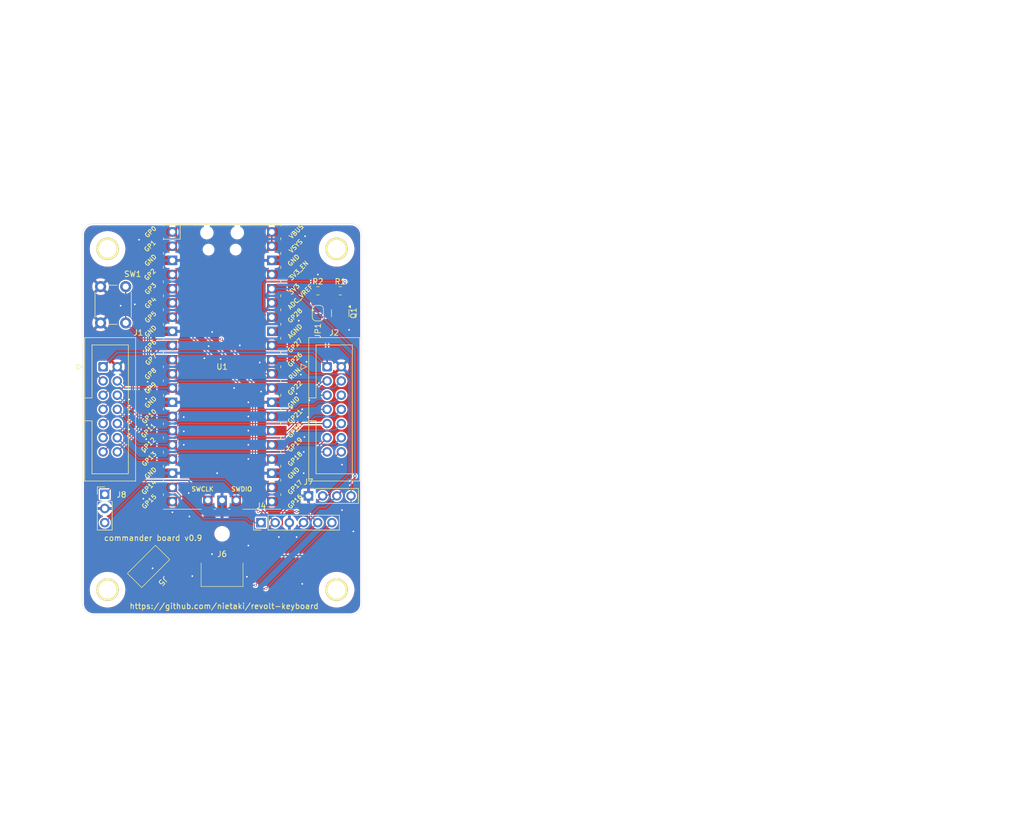
<source format=kicad_pcb>
(kicad_pcb (version 20221018) (generator pcbnew)
  (title_block (title "Revolt Commander Boards") (company "https://github.com/nietaki/revolt-keyboard"))
  (layers (0 "F.Cu" signal) (31 "B.Cu" signal) (34 "B.Paste" user) (35 "F.Paste" user) (36 "B.SilkS" user "B.Silkscreen") (37 "F.SilkS" user "F.Silkscreen") (38 "B.Mask" user) (39 "F.Mask" user) (44 "Edge.Cuts" user))
  (net 0 "")
  (net 1 "/COL0")
  (net 2 "/ROW4")
  (net 3 "/COL1")
  (net 4 "/ROW3")
  (net 5 "/COL2")
  (net 6 "/ROW2")
  (net 7 "/COL3")
  (net 8 "/ROW1")
  (net 9 "/COL4")
  (net 10 "/ROW0")
  (net 11 "/COL5")
  (net 12 "/COL6")
  (net 13 "/COL7")
  (net 14 "/COL8")
  (net 15 "/COL9")
  (net 16 "/COL10")
  (net 17 "/COL11")
  (net 18 "/COL12")
  (net 19 "/COL13")
  (net 20 "Net-(J8-Pin_1)")
  (net 21 "Net-(J8-Pin_3)")
  (net 22 "/RUN")
  (net 23 "LED_5V")
  (net 24 "5V")
  (net 25 "/TPS_RDY")
  (net 26 "/TPS_SDA")
  (net 27 "GND")
  (net 28 "3V3")
  (net 29 "/TPS_SCL")
  (net 30 "/TPS_NRST")
  (net 31 "/X2")
  (net 32 "/X1")
  (net 36 "Net-(Q1-G)")
  (net 37 "/NOT_LED_ENABLE")
  (footprint "Resistor_SMD:R_0805_2012Metric_Pad1.20x1.40mm_HandSolder" (layer "F.Cu") (at 156.146 72)
    (fp_text reference "R1")
    (fp_text value "220R")
  )
  (footprint "revolt_footprints:DS1020-12-6VBT1A-R" (layer "F.Cu") (at 123.5 123 -135)
    (fp_text reference "J5")
    (fp_text value "DS1020-12-6VBT1A-R" hide)
  )
  (footprint "MountingHole:MountingHole_2.2mm_M2" (layer "F.Cu") (at 135 115.5)
    (fp_text reference "REF**" hide)
    (fp_text value "MountingHole_2.2mm_M2")
  )
  (footprint "Resistor_SMD:R_0805_2012Metric_Pad1.20x1.40mm_HandSolder" (layer "F.Cu") (at 152.146 72)
    (fp_text reference "R2")
    (fp_text value "10k")
  )
  (footprint "revolt_footprints:HOLE_M3" (layer "F.Cu") (at 155.5 125.5)
    (fp_text reference "HOLE_M3" hide)
    (fp_text value "H3" hide)
  )
  (footprint "MCU_RaspberryPi_and_Boards:RPi_Pico_SMD_TH" (layer "F.Cu") (at 135 85.6)
    (fp_text reference "U1")
    (fp_text value "Pico")
  )
  (footprint "revolt_footprints:SFV4R-3STBE1HLF" (layer "F.Cu") (at 135 120.725)
    (fp_text reference "J6")
    (fp_text value "PSP 3000 connector SFV4R-4STBE1HLF")
  )
  (footprint "Connector_IDC:IDC-Header_2x07_P2.54mm_Vertical" (layer "F.Cu") (at 113.7 85.6)
    (fp_text reference "J1")
    (fp_text value "left input IDC14")
  )
  (footprint "revolt_footprints:HOLE_M3" (layer "F.Cu") (at 114.5 125.5)
    (fp_text reference "HOLE_M3" hide)
    (fp_text value "H4" hide)
  )
  (footprint "revolt_footprints:HOLE_M3" (layer "F.Cu") (at 155.5 64.5)
    (fp_text reference "HOLE_M3" hide)
    (fp_text value "H2" hide)
  )
  (footprint "Jumper:SolderJumper-2_P1.3mm_Open_RoundedPad1.0x1.5mm" (layer "F.Cu") (at 152.146 76 -90)
    (fp_text reference "JP1")
    (fp_text value "SolderJumper_2_Open")
  )
  (footprint "Connector_PinHeader_2.54mm:PinHeader_1x06_P2.54mm_Vertical" (layer "F.Cu") (at 141.96 113.5 90)
    (fp_text reference "J4")
    (fp_text value "TPS pinout")
  )
  (footprint "Connector_PinHeader_2.54mm:PinHeader_1x03_P2.54mm_Vertical" (layer "F.Cu") (at 114 108.42)
    (fp_text reference "J8")
    (fp_text value "debug out")
  )
  (footprint "Connector_PinHeader_2.54mm:PinHeader_1x04_P2.54mm_Vertical" (layer "F.Cu") (at 150.46 108.712 90)
    (fp_text reference "J7")
    (fp_text value "PSP 2000 raw pins out")
  )
  (footprint "Package_TO_SOT_SMD:SOT-23" (layer "F.Cu") (at 156.146 76 -90)
    (fp_text reference "Q1")
    (fp_text value "MMFTP3401")
  )
  (footprint "Connector_IDC:IDC-Header_2x07_P2.54mm_Vertical" (layer "F.Cu") (at 153.8 85.6)
    (fp_text reference "J2")
    (fp_text value "right input IDC14")
  )
  (footprint "revolt_footprints:HOLE_M3" (layer "F.Cu") (at 114.5 64.5)
    (fp_text reference "HOLE_M3" hide)
    (fp_text value "H1" hide)
  )
  (footprint "Button_Switch_THT:SW_PUSH_6mm_H4.3mm" (layer "F.Cu") (at 113.25 77.75 90)
    (fp_text reference "SW1")
    (fp_text value "RESET_SWITCH")
  )
  (gr_arc (start 110 62) (mid 110.585786 60.585786) (end 112 60) (stroke (width 0.05)) (layer "Edge.Cuts"))
  (gr_line (start 158 130) (end 112 130) (stroke (width 0.05)) (layer "Edge.Cuts"))
  (gr_arc (start 158 60) (mid 159.414214 60.585786) (end 160 62) (stroke (width 0.05)) (layer "Edge.Cuts"))
  (gr_arc (start 160 128) (mid 159.414214 129.414214) (end 158 130) (stroke (width 0.05)) (layer "Edge.Cuts"))
  (gr_line (start 110 128) (end 110 62) (stroke (width 0.05)) (layer "Edge.Cuts"))
  (gr_line (start 112 60) (end 158 60) (stroke (width 0.05)) (layer "Edge.Cuts"))
  (gr_arc (start 112 130) (mid 110.585786 129.414214) (end 110 128) (stroke (width 0.05)) (layer "Edge.Cuts"))
  (gr_line (start 160 62) (end 160 128) (stroke (width 0.05)) (layer "Edge.Cuts"))
  (gr_text "https://github.com/nietaki/revolt-keyboard" (at 118.364 129.032) (layer "F.SilkS") (effects (font (size 1 1)) (justify left bottom)))
  (gr_text "commander board v0.9" (at 113.792 116.84) (layer "F.SilkS") (effects (font (size 1 1)) (justify left bottom)))
  (segment (start 124.331 61.47) (end 126.11 61.47) (width 0.2) (layer "F.Cu") (net 1))
  (segment (start 112.268 86.708) (end 112.268 83.82) (width 0.2) (layer "F.Cu") (net 1))
  (segment (start 115.824 69.977) (end 124.331 61.47) (width 0.2) (layer "F.Cu") (net 1))
  (segment (start 113.7 88.14) (end 112.268 86.708) (width 0.2) (layer "F.Cu") (net 1))
  (segment (start 115.824 80.264) (end 115.824 69.977) (width 0.2) (layer "F.Cu") (net 1))
  (segment (start 112.268 83.82) (end 115.824 80.264) (width 0.2) (layer "F.Cu") (net 1))
  (segment (start 152.908 89.408) (end 151.638 88.138) (width 0.2) (layer "B.Cu") (net 2))
  (segment (start 127.382 88.138) (end 126.11 89.41) (width 0.2) (layer "B.Cu") (net 2))
  (segment (start 126.11 89.41) (end 117.51 89.41) (width 0.2) (layer "B.Cu") (net 2))
  (segment (start 117.51 89.41) (end 116.24 88.14) (width 0.2) (layer "B.Cu") (net 2))
  (segment (start 155.072 89.408) (end 152.908 89.408) (width 0.2) (layer "B.Cu") (net 2))
  (segment (start 151.638 88.138) (end 127.382 88.138) (width 0.2) (layer "B.Cu") (net 2))
  (segment (start 156.34 88.14) (end 155.072 89.408) (width 0.2) (layer "B.Cu") (net 2))
  (segment (start 117.221 89.408) (end 114.972 89.408) (width 0.2) (layer "F.Cu") (net 3))
  (segment (start 114.972 89.408) (end 113.7 90.68) (width 0.2) (layer "F.Cu") (net 3))
  (segment (start 124.331 64.01) (end 121.158 67.183) (width 0.2) (layer "F.Cu") (net 3))
  (segment (start 126.11 64.01) (end 124.331 64.01) (width 0.2) (layer "F.Cu") (net 3))
  (segment (start 121.158 85.471) (end 117.221 89.408) (width 0.2) (layer "F.Cu") (net 3))
  (segment (start 121.158 67.183) (end 121.158 85.471) (width 0.2) (layer "F.Cu") (net 3))
  (segment (start 151.576 92.518) (end 149.06205 92.518) (width 0.2) (layer "B.Cu") (net 4))
  (segment (start 127.382 93.218) (end 126.11 94.49) (width 0.2) (layer "B.Cu") (net 4))
  (segment (start 149.06205 92.518) (end 148.36205 93.218) (width 0.2) (layer "B.Cu") (net 4))
  (segment (start 155.072 91.948) (end 152.146 91.948) (width 0.2) (layer "B.Cu") (net 4))
  (segment (start 152.146 91.948) (end 151.576 92.518) (width 0.2) (layer "B.Cu") (net 4))
  (segment (start 156.34 90.68) (end 155.072 91.948) (width 0.2) (layer "B.Cu") (net 4))
  (segment (start 126.11 94.49) (end 120.05 94.49) (width 0.2) (layer "B.Cu") (net 4))
  (segment (start 120.05 94.49) (end 116.24 90.68) (width 0.2) (layer "B.Cu") (net 4))
  (segment (start 148.36205 93.218) (end 127.382 93.218) (width 0.2) (layer "B.Cu") (net 4))
  (segment (start 118.799 89.989) (end 116.84 91.948) (width 0.2) (layer "F.Cu") (net 5))
  (segment (start 126.11 69.09) (end 124.331 69.09) (width 0.2) (layer "F.Cu") (net 5))
  (segment (start 124.331 69.09) (end 121.666 71.755) (width 0.2) (layer "F.Cu") (net 5))
  (segment (start 121.666 85.471) (end 118.799 88.338) (width 0.2) (layer "F.Cu") (net 5))
  (segment (start 118.799 88.338) (end 118.799 89.989) (width 0.2) (layer "F.Cu") (net 5))
  (segment (start 114.972 91.948) (end 113.7 93.22) (width 0.2) (layer "F.Cu") (net 5))
  (segment (start 116.84 91.948) (end 114.972 91.948) (width 0.2) (layer "F.Cu") (net 5))
  (segment (start 121.666 71.755) (end 121.666 85.471) (width 0.2) (layer "F.Cu") (net 5))
  (segment (start 127.382 95.758) (end 126.11 97.03) (width 0.2) (layer "B.Cu") (net 6))
  (segment (start 151.61195 94.488) (end 150.34195 95.758) (width 0.2) (layer "B.Cu") (net 6))
  (segment (start 150.34195 95.758) (end 127.382 95.758) (width 0.2) (layer "B.Cu") (net 6))
  (segment (start 120.05 97.03) (end 116.24 93.22) (width 0.2) (layer "B.Cu") (net 6))
  (segment (start 155.072 94.488) (end 151.61195 94.488) (width 0.2) (layer "B.Cu") (net 6))
  (segment (start 156.34 93.22) (end 155.072 94.488) (width 0.2) (layer "B.Cu") (net 6))
  (segment (start 126.11 97.03) (end 120.05 97.03) (width 0.2) (layer "B.Cu") (net 6))
  (segment (start 122.018478 73.942522) (end 124.331 71.63) (width 0.2) (layer "F.Cu") (net 7))
  (segment (start 116.84 94.488) (end 119.126 92.202) (width 0.2) (layer "F.Cu") (net 7))
  (segment (start 119.126 88.519) (end 122.018478 85.626522) (width 0.2) (layer "F.Cu") (net 7))
  (segment (start 119.126 92.202) (end 119.126 88.519) (width 0.2) (layer "F.Cu") (net 7))
  (segment (start 113.7 95.76) (end 114.972 94.488) (width 0.2) (layer "F.Cu") (net 7))
  (segment (start 114.972 94.488) (end 116.84 94.488) (width 0.2) (layer "F.Cu") (net 7))
  (segment (start 122.018478 85.626522) (end 122.018478 73.942522) (width 0.2) (layer "F.Cu") (net 7))
  (segment (start 124.331 71.63) (end 126.11 71.63) (width 0.2) (layer "F.Cu") (net 7))
  (segment (start 146.05 98.298) (end 127.382 98.298) (width 0.2) (layer "B.Cu") (net 8))
  (segment (start 156.34 95.76) (end 155.19 96.91) (width 0.2) (layer "B.Cu") (net 8))
  (segment (start 147.438 96.91) (end 146.05 98.298) (width 0.2) (layer "B.Cu") (net 8))
  (segment (start 126.11 99.57) (end 120.05 99.57) (width 0.2) (layer "B.Cu") (net 8))
  (segment (start 155.19 96.91) (end 147.438 96.91) (width 0.2) (layer "B.Cu") (net 8))
  (segment (start 120.05 99.57) (end 116.24 95.76) (width 0.2) (layer "B.Cu") (net 8))
  (segment (start 127.382 98.298) (end 126.11 99.57) (width 0.2) (layer "B.Cu") (net 8))
  (segment (start 116.84 97.028) (end 119.561 94.307) (width 0.2) (layer "F.Cu") (net 9))
  (segment (start 122.936 85.217) (end 122.936 83.404) (width 0.2) (layer "F.Cu") (net 9))
  (segment (start 114.972 97.028) (end 116.84 97.028) (width 0.2) (layer "F.Cu") (net 9))
  (segment (start 119.561 88.592) (end 122.936 85.217) (width 0.2) (layer "F.Cu") (net 9))
  (segment (start 124.55 81.79) (end 126.11 81.79) (width 0.2) (layer "F.Cu") (net 9))
  (segment (start 122.936 83.404) (end 124.55 81.79) (width 0.2) (layer "F.Cu") (net 9))
  (segment (start 119.561 94.307) (end 119.561 88.592) (width 0.2) (layer "F.Cu") (net 9))
  (segment (start 113.7 98.3) (end 114.972 97.028) (width 0.2) (layer "F.Cu") (net 9))
  (segment (start 156.34 98.3) (end 155.19 99.45) (width 0.2) (layer "B.Cu") (net 10))
  (segment (start 126.11 102.11) (end 120.05 102.11) (width 0.2) (layer "B.Cu") (net 10))
  (segment (start 127.382 100.838) (end 126.11 102.11) (width 0.2) (layer "B.Cu") (net 10))
  (segment (start 120.05 102.11) (end 116.24 98.3) (width 0.2) (layer "B.Cu") (net 10))
  (segment (start 147.438 99.45) (end 146.05 100.838) (width 0.2) (layer "B.Cu") (net 10))
  (segment (start 155.19 99.45) (end 147.438 99.45) (width 0.2) (layer "B.Cu") (net 10))
  (segment (start 146.05 100.838) (end 127.382 100.838) (width 0.2) (layer "B.Cu") (net 10))
  (segment (start 124.331 84.33) (end 126.11 84.33) (width 0.2) (layer "F.Cu") (net 11))
  (segment (start 119.888 88.773) (end 124.331 84.33) (width 0.2) (layer "F.Cu") (net 11))
  (segment (start 114.972 99.568) (end 116.846173 99.568) (width 0.2) (layer "F.Cu") (net 11))
  (segment (start 113.7 100.84) (end 114.972 99.568) (width 0.2) (layer "F.Cu") (net 11))
  (segment (start 119.888 96.526173) (end 119.888 88.773) (width 0.2) (layer "F.Cu") (net 11))
  (segment (start 116.846173 99.568) (end 119.888 96.526173) (width 0.2) (layer "F.Cu") (net 11))
  (segment (start 120.269 96.811) (end 120.269 90.932) (width 0.2) (layer "F.Cu") (net 12))
  (segment (start 124.331 86.87) (end 126.11 86.87) (width 0.2) (layer "F.Cu") (net 12))
  (segment (start 120.269 90.932) (end 124.331 86.87) (width 0.2) (layer "F.Cu") (net 12))
  (segment (start 116.24 100.84) (end 120.269 96.811) (width 0.2) (layer "F.Cu") (net 12))
  (segment (start 153.8 88.14) (end 153.033 88.14) (width 0.2) (layer "F.Cu") (net 13))
  (segment (start 153.033 88.14) (end 151.763 89.41) (width 0.2) (layer "F.Cu") (net 13))
  (segment (start 151.763 89.41) (end 143.89 89.41) (width 0.2) (layer "F.Cu") (net 13))
  (segment (start 149.477 90.68) (end 145.667 94.49) (width 0.2) (layer "F.Cu") (net 14))
  (segment (start 153.8 90.68) (end 149.477 90.68) (width 0.2) (layer "F.Cu") (net 14))
  (segment (start 145.667 94.49) (end 143.89 94.49) (width 0.2) (layer "F.Cu") (net 14))
  (segment (start 146.683 97.03) (end 143.89 97.03) (width 0.2) (layer "F.Cu") (net 15))
  (segment (start 150.493 93.22) (end 146.683 97.03) (width 0.2) (layer "F.Cu") (net 15))
  (segment (start 153.8 93.22) (end 150.493 93.22) (width 0.2) (layer "F.Cu") (net 15))
  (segment (start 149.477 95.76) (end 145.667 99.57) (width 0.2) (layer "F.Cu") (net 16))
  (segment (start 153.8 95.76) (end 149.477 95.76) (width 0.2) (layer "F.Cu") (net 16))
  (segment (start 145.667 99.57) (end 143.89 99.57) (width 0.2) (layer "F.Cu") (net 16))
  (segment (start 149.99 102.11) (end 143.89 102.11) (width 0.2) (layer "F.Cu") (net 17))
  (segment (start 153.8 98.3) (end 149.99 102.11) (width 0.2) (layer "F.Cu") (net 17))
  (segment (start 152.144 100.84) (end 145.794 107.19) (width 0.2) (layer "F.Cu") (net 18))
  (segment (start 153.8 100.84) (end 152.144 100.84) (width 0.2) (layer "F.Cu") (net 18))
  (segment (start 145.794 107.19) (end 143.89 107.19) (width 0.2) (layer "F.Cu") (net 18))
  (segment (start 156.34 100.84) (end 156.081 100.84) (width 0.2) (layer "F.Cu") (net 19))
  (segment (start 156.081 100.84) (end 154.178 102.743) (width 0.2) (layer "F.Cu") (net 19))
  (segment (start 152.781 102.743) (end 145.794 109.73) (width 0.2) (layer "F.Cu") (net 19))
  (segment (start 154.178 102.743) (end 152.781 102.743) (width 0.2) (layer "F.Cu") (net 19))
  (segment (start 145.794 109.73) (end 143.89 109.73) (width 0.2) (layer "F.Cu") (net 19))
  (segment (start 128.878 105.918) (end 116.502 105.918) (width 0.2) (layer "F.Cu") (net 20))
  (segment (start 132.46 109.5) (end 128.878 105.918) (width 0.2) (layer "F.Cu") (net 20))
  (segment (start 116.502 105.918) (end 114 108.42) (width 0.2) (layer "F.Cu") (net 20))
  (segment (start 121.582 105.918) (end 114 113.5) (width 0.2) (layer "B.Cu") (net 21))
  (segment (start 137.54 108.076) (end 135.382 105.918) (width 0.2) (layer "B.Cu") (net 21))
  (segment (start 137.54 109.5) (end 137.54 108.076) (width 0.2) (layer "B.Cu") (net 21))
  (segment (start 135.382 105.918) (end 121.582 105.918) (width 0.2) (layer "B.Cu") (net 21))
  (segment (start 117.75 71.25) (end 117.75 77.75) (width 0.2) (layer "F.Cu") (net 22))
  (segment (start 134.874 80.645) (end 141.099 86.87) (width 0.2) (layer "F.Cu") (net 22))
  (segment (start 141.099 86.87) (end 143.89 86.87) (width 0.2) (layer "F.Cu") (net 22))
  (via (at 134.874 80.645) (size 0.5) (drill 0.3) (layers "F.Cu" "B.Cu") (net 22))
  (segment (start 134.869 80.64) (end 134.874 80.645) (width 0.2) (layer "B.Cu") (net 22))
  (segment (start 120.64 80.64) (end 134.869 80.64) (width 0.2) (layer "B.Cu") (net 22))
  (segment (start 117.75 77.75) (end 120.64 80.64) (width 0.2) (layer "B.Cu") (net 22))
  (segment (start 156.146 76.9375) (end 155.8585 76.65) (width 0.3) (layer "F.Cu") (net 23))
  (segment (start 153.8 80.394) (end 153.8 85.6) (width 0.3) (layer "F.Cu") (net 23))
  (segment (start 155.8585 76.65) (end 152.146 76.65) (width 0.3) (layer "F.Cu") (net 23))
  (segment (start 152.146 76.65) (end 152.146 78.74) (width 0.3) (layer "F.Cu") (net 23))
  (segment (start 152.146 78.74) (end 153.8 80.394) (width 0.3) (layer "F.Cu") (net 23))
  (segment (start 113.7 85.6) (end 116.242 83.058) (width 0.3) (layer "B.Cu") (net 23))
  (segment (start 151.258 83.058) (end 153.8 85.6) (width 0.3) (layer "B.Cu") (net 23))
  (segment (start 116.242 83.058) (end 151.258 83.058) (width 0.3) (layer "B.Cu") (net 23))
  (segment (start 151.146 72) (end 151.146 74.35) (width 0.3) (layer "F.Cu") (net 24))
  (segment (start 143.89 61.47) (end 143.89 64.01) (width 0.3) (layer "F.Cu") (net 24))
  (segment (start 152.4335 75.0625) (end 152.146 75.35) (width 0.3) (layer "F.Cu") (net 24))
  (segment (start 143.89 64.01) (end 147.068 64.01) (width 0.3) (layer "F.Cu") (net 24))
  (segment (start 151.146 68.088) (end 151.146 72) (width 0.3) (layer "F.Cu") (net 24))
  (segment (start 151.146 74.35) (end 152.146 75.35) (width 0.3) (layer "F.Cu") (net 24))
  (segment (start 147.068 64.01) (end 151.146 68.088) (width 0.3) (layer "F.Cu") (net 24))
  (segment (start 155.196 75.0625) (end 152.4335 75.0625) (width 0.3) (layer "F.Cu") (net 24))
  (segment (start 143.89 64.01) (end 145.765456 64.01) (width 0.3) (layer "F.Cu") (net 24))
  (segment (start 127.508 108.588) (end 127.508 118.992) (width 0.2) (layer "F.Cu") (net 25))
  (segment (start 126.11 107.19) (end 127.508 108.588) (width 0.2) (layer "F.Cu") (net 25))
  (segment (start 127.508 118.992) (end 124.383883 122.116117) (width 0.2) (layer "F.Cu") (net 25))
  (segment (start 126.11 107.19) (end 131.696 112.776) (width 0.2) (layer "B.Cu") (net 25))
  (segment (start 131.696 112.776) (end 139.319 112.776) (width 0.2) (layer "B.Cu") (net 25))
  (segment (start 140.043 113.5) (end 141.96 113.5) (width 0.2) (layer "B.Cu") (net 25))
  (segment (start 139.319 112.776) (end 140.043 113.5) (width 0.2) (layer "B.Cu") (net 25))
  (segment (start 144.31 113.5) (end 141.478 116.332) (width 0.2) (layer "F.Cu") (net 26))
  (segment (start 139.192 116.332) (end 137.225 118.299) (width 0.2) (layer "F.Cu") (net 26))
  (segment (start 137.225 118.299) (end 132.653 118.299) (width 0.2) (layer "F.Cu") (net 26))
  (segment (start 141.478 116.332) (end 139.192 116.332) (width 0.2) (layer "F.Cu") (net 26))
  (segment (start 124.436396 122.875736) (end 124.03033 122.46967) (width 0.2) (layer "F.Cu") (net 26))
  (segment (start 132.653 118.299) (end 128.076264 122.875736) (width 0.2) (layer "F.Cu") (net 26))
  (segment (start 144.5 113.5) (end 144.31 113.5) (width 0.2) (layer "F.Cu") (net 26))
  (segment (start 128.076264 122.875736) (end 124.436396 122.875736) (width 0.2) (layer "F.Cu") (net 26))
  (segment (start 140.97 89.03) (end 140.97 109.97) (width 0.2) (layer "F.Cu") (net 26))
  (segment (start 126.11 74.17) (end 140.97 89.03) (width 0.2) (layer "F.Cu") (net 26))
  (segment (start 140.97 109.97) (end 144.5 113.5) (width 0.2) (layer "F.Cu") (net 26))
  (segment (start 123.676777 122.823223) (end 122.555 121.701446) (width 0.3) (layer "F.Cu") (net 27))
  (segment (start 122.555 121.701446) (end 122.555 121.666) (width 0.3) (layer "F.Cu") (net 27))
  (segment (start 134.25 120.175) (end 134.25 120.725) (width 0.3) (layer "F.Cu") (net 27))
  (segment (start 133.201 119.126) (end 134.25 120.175) (width 0.3) (layer "F.Cu") (net 27))
  (via (at 134.112 104.648) (size 0.6) (drill 0.3) (layers "F.Cu" "B.Cu") (net 27))
  (via (at 118.364 94.107) (size 0.6) (drill 0.3) (layers "F.Cu" "B.Cu") (net 27))
  (via (at 116.84 74.676) (size 0.6) (drill 0.3) (layers "F.Cu" "B.Cu") (net 27))
  (via (at 156.464 103.124) (size 0.6) (drill 0.3) (layers "F.Cu" "B.Cu") (net 27))
  (via (at 149.606 104.648) (size 0.6) (drill 0.3) (layers "F.Cu" "B.Cu") (net 27))
  (via (at 122.555 121.666) (size 0.6) (drill 0.3) (layers "F.Cu" "B.Cu") (net 27))
  (via (at 139.7 99.568) (size 0.6) (drill 0.3) (layers "F.Cu" "B.Cu") (net 27))
  (via (at 145.161 116.078) (size 0.6) (drill 0.3) (layers "F.Cu" "B.Cu") (net 27))
  (via (at 138.176 81.788) (size 0.6) (drill 0.3) (layers "F.Cu" "B.Cu") (net 27))
  (via (at 150.114 84.709) (size 0.6) (drill 0.3) (layers "F.Cu" "B.Cu") (net 27))
  (via (at 139.7 94.488) (size 0.6) (drill 0.3) (layers "F.Cu" "B.Cu") (net 27))
  (via (at 156.464 111.252) (size 0.6) (drill 0.3) (layers "F.Cu" "B.Cu") (net 27))
  (via (at 158.496 115.062) (size 0.6) (drill 0.3) (layers "F.Cu" "B.Cu") (net 27))
  (via (at 150.368 94.615) (size 0.6) (drill 0.3) (layers "F.Cu" "B.Cu") (net 27))
  (via (at 139.7 97.028) (size 0.6) (drill 0.3) (layers "F.Cu" "B.Cu") (net 27))
  (via (at 126.111 111.633) (size 0.6) (drill 0.3) (layers "F.Cu" "B.Cu") (net 27))
  (via (at 131.826 84.074) (size 0.6) (drill 0.3) (layers "F.Cu" "B.Cu") (net 27))
  (via (at 129.667 123.063) (size 0.6) (drill 0.3) (layers "F.Cu" "B.Cu") (net 27))
  (via (at 139.7 91.948) (size 0.6) (drill 0.3) (layers "F.Cu" "B.Cu") (net 27))
  (via (at 121.412 91.313) (size 0.6) (drill 0.3) (layers "F.Cu" "B.Cu") (net 27))
  (via (at 148.336 90.424) (size 0.6) (drill 0.3) (layers "F.Cu" "B.Cu") (net 27))
  (via (at 134.747 84.201) (size 0.6) (drill 0.3) (layers "F.Cu" "B.Cu") (net 27))
  (via (at 118.364 96.774) (size 0.6) (drill 0.3) (layers "F.Cu" "B.Cu") (net 27))
  (via (at 148.717 77.343) (size 0.6) (drill 0.3) (layers "F.Cu" "B.Cu") (net 27))
  (via (at 121.539 96.012) (size 0.6) (drill 0.3) (layers "F.Cu" "B.Cu") (net 27))
  (via (at 129.159 112.395) (size 0.6) (drill 0.3) (layers "F.Cu" "B.Cu") (net 27))
  (via (at 149.098 86.995) (size 0.6) (drill 0.3) (layers "F.Cu" "B.Cu") (net 27))
  (via (at 128.143 94.615) (size 0.6) (drill 0.3) (layers "F.Cu" "B.Cu") (net 27))
  (via (at 141.732 84.836) (size 0.6) (drill 0.3) (layers "F.Cu" "B.Cu") (net 27))
  (via (at 139.7 102.108) (size 0.6) (drill 0.3) (layers "F.Cu" "B.Cu") (net 27))
  (via (at 121.412 98.552) (size 0.6) (drill 0.3) (layers "F.Cu" "B.Cu") (net 27))
  (via (at 137.16 89.408) (size 0.6) (drill 0.3) (layers "F.Cu" "B.Cu") (net 27))
  (via (at 141.986 90.043) (size 0.6) (drill 0.3) (layers "F.Cu" "B.Cu") (net 27))
  (via (at 128.143 97.155) (size 0.6) (drill 0.3) (layers "F.Cu" "B.Cu") (net 27))
  (via (at 149.733 98.171) (size 0.6) (drill 0.3) (layers "F.Cu" "B.Cu") (net 27))
  (via (at 139.446 123.19) (size 0.6) (drill 0.3) (layers "F.Cu" "B.Cu") (net 27))
  (via (at 148.336 116.078) (size 0.6) (drill 0.3) (layers "F.Cu" "B.Cu") (net 27))
  (via (at 129.032 108.204) (size 0.6) (drill 0.3) (layers "F.Cu" "B.Cu") (net 27))
  (via (at 118.364 91.44) (size 0.6) (drill 0.3) (layers "F.Cu" "B.Cu") (net 27))
  (via (at 120.904 109.22) (size 0.6) (drill 0.3) (layers "F.Cu" "B.Cu") (net 27))
  (via (at 149.606 100.838) (size 0.6) (drill 0.3) (layers "F.Cu" "B.Cu") (net 27))
  (via (at 149.352 124.46) (size 0.6) (drill 0.3) (layers "F.Cu" "B.Cu") (net 27))
  (via (at 152.146 69.088) (size 0.6) (drill 0.3) (layers "F.Cu" "B.Cu") (net 27))
  (via (at 132.588 81.915) (size 0.6) (drill 0.3) (layers "F.Cu" "B.Cu") (net 27))
  (via (at 119.38 74.422) (size 0.6) (drill 0.3) (layers "F.Cu" "B.Cu") (net 27))
  (via (at 128.143 99.568) (size 0.6) (drill 0.3) (layers "F.Cu" "B.Cu") (net 27))
  (via (at 149.86 62.23) (size 0.6) (drill 0.3) (layers "F.Cu" "B.Cu") (net 27))
  (via (at 121.666 88.265) (size 0.6) (drill 0.3) (layers "F.Cu" "B.Cu") (net 27))
  (via (at 149.352 93.218) (size 0.6) (drill 0.3) (layers "F.Cu" "B.Cu") (net 27))
  (via (at 133.201 119.126) (size 0.6) (drill 0.3) (layers "F.Cu" "B.Cu") (net 27))
  (via (at 121.158 100.838) (size 0.6) (drill 0.3) (layers "F.Cu" "B.Cu") (net 27))
  (via (at 120.142 62.865) (size 0.6) (drill 0.3) (layers "F.Cu" "B.Cu") (net 27))
  (via (at 150.622 91.567) (size 0.6) (drill 0.3) (layers "F.Cu" "B.Cu") (net 27))
  (via (at 157.734 78.994) (size 0.6) (drill 0.3) (layers "F.Cu" "B.Cu") (net 27))
  (via (at 133.223 79.375) (size 0.6) (drill 0.3) (layers "F.Cu" "B.Cu") (net 27))
  (via (at 139.7 117.602) (size 0.6) (drill 0.3) (layers "F.Cu" "B.Cu") (net 27))
  (segment (start 135.25 119.725) (end 135.972 119.003) (width 0.3) (layer "F.Cu") (net 28))
  (segment (start 158.78 105.472) (end 155.54 108.712) (width 0.3) (layer "F.Cu") (net 28))
  (segment (start 135.25 120.725) (end 135.25 122.56) (width 0.3) (layer "F.Cu") (net 28))
  (segment (start 135.25 122.56) (end 133.604 124.206) (width 0.3) (layer "F.Cu") (net 28))
  (segment (start 144.077 119.003) (end 149.58 113.5) (width 0.3) (layer "F.Cu") (net 28))
  (segment (start 135.25 120.725) (end 135.25 119.725) (width 0.3) (layer "F.Cu") (net 28))
  (segment (start 158.78 105.156) (end 158.78 105.472) (width 0.3) (layer "F.Cu") (net 28))
  (segment (start 135.972 119.003) (end 144.077 119.003) (width 0.3) (layer "F.Cu") (net 28))
  (segment (start 133.604 124.206) (end 124.352446 124.206) (width 0.3) (layer "F.Cu") (net 28))
  (segment (start 124.352446 124.206) (end 123.323223 123.176777) (width 0.3) (layer "F.Cu") (net 28))
  (via (at 158.78 105.156) (size 0.6) (drill 0.3) (layers "F.Cu" "B.Cu") (net 28))
  (segment (start 152.336 110.744) (end 149.58 113.5) (width 0.3) (layer "B.Cu") (net 28))
  (segment (start 153.508 110.744) (end 152.336 110.744) (width 0.3) (layer "B.Cu") (net 28))
  (segment (start 155.54 108.712) (end 153.508 110.744) (width 0.3) (layer "B.Cu") (net 28))
  (segment (start 158.78 105.156) (end 158.78 82.58) (width 0.3) (layer "B.Cu") (net 28))
  (segment (start 147.83 71.63) (end 143.89 71.63) (width 0.3) (layer "B.Cu") (net 28))
  (segment (start 158.78 82.58) (end 147.83 71.63) (width 0.3) (layer "B.Cu") (net 28))
  (segment (start 150.126 111.506) (end 148.336 111.506) (width 0.2) (layer "F.Cu") (net 29))
  (segment (start 140.462 91.062) (end 126.11 76.71) (width 0.2) (layer "F.Cu") (net 29))
  (segment (start 140.97 124.714) (end 124.15334 124.714) (width 0.2) (layer "F.Cu") (net 29))
  (segment (start 141.478 111.506) (end 140.462 110.49) (width 0.2) (layer "F.Cu") (net 29))
  (segment (start 140.462 110.49) (end 140.462 91.062) (width 0.2) (layer "F.Cu") (net 29))
  (segment (start 152.12 113.5) (end 150.126 111.506) (width 0.2) (layer "F.Cu") (net 29))
  (segment (start 124.15334 124.714) (end 122.96967 123.53033) (width 0.2) (layer "F.Cu") (net 29))
  (via (at 148.336 111.506) (size 0.5) (drill 0.3) (layers "F.Cu" "B.Cu") (net 29))
  (via (at 141.478 111.506) (size 0.5) (drill 0.3) (layers "F.Cu" "B.Cu") (net 29))
  (via (at 140.97 124.714) (size 0.5) (drill 0.3) (layers "F.Cu" "B.Cu") (net 29))
  (segment (start 140.97 124.65) (end 140.97 124.714) (width 0.2) (layer "B.Cu") (net 29))
  (segment (start 152.12 113.5) (end 140.97 124.65) (width 0.2) (layer "B.Cu") (net 29))
  (segment (start 148.336 111.506) (end 141.478 111.506) (width 0.2) (layer "B.Cu") (net 29))
  (segment (start 142.811 125.349) (end 124.081234 125.349) (width 0.2) (layer "F.Cu") (net 30))
  (segment (start 121.412 122.679766) (end 122.616117 123.883883) (width 0.2) (layer "F.Cu") (net 30))
  (segment (start 126.11 109.73) (end 121.412 114.428) (width 0.2) (layer "F.Cu") (net 30))
  (segment (start 121.412 114.428) (end 121.412 122.679766) (width 0.2) (layer "F.Cu") (net 30))
  (segment (start 142.843 125.317) (end 142.811 125.349) (width 0.2) (layer "F.Cu") (net 30))
  (segment (start 124.081234 125.349) (end 122.616117 123.883883) (width 0.2) (layer "F.Cu") (net 30))
  (via (at 142.843 125.317) (size 0.5) (drill 0.3) (layers "F.Cu" "B.Cu") (net 30))
  (segment (start 142.843 125.317) (end 154.66 113.5) (width 0.2) (layer "B.Cu") (net 30))
  (segment (start 151.638 119.38) (end 158.08 112.938) (width 0.2) (layer "F.Cu") (net 31))
  (segment (start 135.75 120.725) (end 135.75 120.650736) (width 0.2) (layer "F.Cu") (net 31))
  (segment (start 158.08 112.938) (end 158.08 108.712) (width 0.2) (layer "F.Cu") (net 31))
  (segment (start 137.020736 119.38) (end 151.638 119.38) (width 0.2) (layer "F.Cu") (net 31))
  (segment (start 135.75 120.650736) (end 137.020736 119.38) (width 0.2) (layer "F.Cu") (net 31))
  (segment (start 155.958 81.79) (end 158.08 83.912) (width 0.2) (layer "B.Cu") (net 31))
  (segment (start 143.89 81.79) (end 155.958 81.79) (width 0.2) (layer "B.Cu") (net 31))
  (segment (start 158.08 83.912) (end 158.08 109.5) (width 0.2) (layer "B.Cu") (net 31))
  (segment (start 145.796 113.830346) (end 145.796 111.76) (width 0.2) (layer "F.Cu") (net 32))
  (segment (start 150.832 110.88) (end 153 108.712) (width 0.2) (layer "F.Cu") (net 32))
  (segment (start 134.75 119.691842) (end 135.815841 118.626) (width 0.2) (layer "F.Cu") (net 32))
  (segment (start 145.796 111.76) (end 146.676 110.88) (width 0.2) (layer "F.Cu") (net 32))
  (segment (start 141.000346 118.626) (end 145.796 113.830346) (width 0.2) (layer "F.Cu") (net 32))
  (segment (start 135.815841 118.626) (end 141.000346 118.626) (width 0.2) (layer "F.Cu") (net 32))
  (segment (start 146.676 110.88) (end 150.832 110.88) (width 0.2) (layer "F.Cu") (net 32))
  (segment (start 134.75 120.725) (end 134.75 119.691842) (width 0.2) (layer "F.Cu") (net 32))
  (segment (start 143.89 84.33) (end 148.211 84.33) (width 0.2) (layer "B.Cu") (net 32))
  (segment (start 148.211 84.33) (end 150.749 86.868) (width 0.2) (layer "B.Cu") (net 32))
  (segment (start 156.896673 86.868) (end 157.734 87.705327) (width 0.2) (layer "B.Cu") (net 32))
  (segment (start 157.734 87.705327) (end 157.734 104.766) (width 0.2) (layer "B.Cu") (net 32))
  (segment (start 157.734 104.766) (end 153 109.5) (width 0.2) (layer "B.Cu") (net 32))
  (segment (start 150.749 86.868) (end 156.896673 86.868) (width 0.2) (layer "B.Cu") (net 32))
  (segment (start 157.096 74.038) (end 157.096 75.0625) (width 0.2) (layer "F.Cu") (net 36))
  (segment (start 155.146 72) (end 155.146 72.088) (width 0.2) (layer "F.Cu") (net 36))
  (segment (start 155.146 72.088) (end 157.096 74.038) (width 0.2) (layer "F.Cu") (net 36))
  (segment (start 153.146 72) (end 155.146 72) (width 0.2) (layer "F.Cu") (net 36))
  (segment (start 156.972 71.826) (end 157.146 72) (width 0.2) (layer "F.Cu") (net 37))
  (segment (start 156.972 70.358) (end 156.972 71.826) (width 0.2) (layer "F.Cu") (net 37))
  (via (at 156.972 70.358) (size 0.5) (drill 0.3) (layers "F.Cu" "B.Cu") (net 37))
  (segment (start 143.89 76.71) (end 142.494 75.314) (width 0.2) (layer "B.Cu") (net 37))
  (segment (start 142.494 70.612) (end 142.748 70.358) (width 0.2) (layer "B.Cu") (net 37))
  (segment (start 142.748 70.358) (end 156.972 70.358) (width 0.2) (layer "B.Cu") (net 37))
  (segment (start 142.494 75.314) (end 142.494 70.612) (width 0.2) (layer "B.Cu") (net 37))
  (zone (net 27) (net_name "GND") (layers "F&B.Cu") (name "Pico Keepout") (connect_pads (clearance 0)) (min_thickness 0.25) (fill yes (thermal_gap 0.5) (thermal_bridge_width 0.5))
    (polygon (pts (xy 95.504 44.704) (xy 95.25 166.37) (xy 182.372 161.036) (xy 180.086 38.1)))
  )
  (zone (net 0) (net_name "") (layers "F.Cu" "Dwgs.User") (name "Pico Keepout") (connect_pads (clearance 0)) (min_thickness 0.25)
    (keepout (tracks not_allowed) (vias allowed) (pads allowed) (copperpour not_allowed) (footprints allowed))
    (fill (thermal_gap 0.5) (thermal_bridge_width 0.5))
    (polygon (pts (xy 131 66.5) (xy 131 74.5) (xy 134 74.5) (xy 134 66.5)))
  )
  (zone (net 0) (net_name "") (layers "F.Cu" "Dwgs.User") (name "Pico Keepout") (connect_pads (clearance 0)) (min_thickness 0.25)
    (keepout (tracks not_allowed) (vias allowed) (pads allowed) (copperpour not_allowed) (footprints allowed))
    (fill (thermal_gap 0.5) (thermal_bridge_width 0.5))
    (polygon (pts (xy 130 58) (xy 130 66) (xy 140 66) (xy 140 58)))
  )
)
</source>
